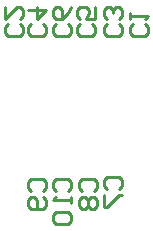
<source format=gbo>
G04*
G04 #@! TF.GenerationSoftware,Altium Limited,Altium Designer,18.1.6 (161)*
G04*
G04 Layer_Color=32896*
%FSLAX25Y25*%
%MOIN*%
G70*
G01*
G75*
%ADD14C,0.01000*%
D14*
X463002Y371501D02*
X462002Y372501D01*
Y374500D01*
X463002Y375500D01*
X467000D01*
X468000Y374500D01*
Y372501D01*
X467000Y371501D01*
X468000Y369502D02*
Y367503D01*
Y368502D01*
X462002D01*
X463002Y369502D01*
Y364504D02*
X462002Y363504D01*
Y361505D01*
X463002Y360505D01*
X467000D01*
X468000Y361505D01*
Y363504D01*
X467000Y364504D01*
X463002D01*
X454502Y371501D02*
X453502Y372501D01*
Y374500D01*
X454502Y375500D01*
X458500D01*
X459500Y374500D01*
Y372501D01*
X458500Y371501D01*
Y369502D02*
X459500Y368502D01*
Y366503D01*
X458500Y365503D01*
X454502D01*
X453502Y366503D01*
Y368502D01*
X454502Y369502D01*
X455501D01*
X456501Y368502D01*
Y365503D01*
X471502Y371501D02*
X470502Y372501D01*
Y374500D01*
X471502Y375500D01*
X475500D01*
X476500Y374500D01*
Y372501D01*
X475500Y371501D01*
X471502Y369502D02*
X470502Y368502D01*
Y366503D01*
X471502Y365503D01*
X472501D01*
X473501Y366503D01*
X474501Y365503D01*
X475500D01*
X476500Y366503D01*
Y368502D01*
X475500Y369502D01*
X474501D01*
X473501Y368502D01*
X472501Y369502D01*
X471502D01*
X473501Y368502D02*
Y366503D01*
X480002Y372001D02*
X479002Y373001D01*
Y375000D01*
X480002Y376000D01*
X484000D01*
X485000Y375000D01*
Y373001D01*
X484000Y372001D01*
X479002Y370002D02*
Y366003D01*
X480002D01*
X484000Y370002D01*
X485000D01*
X466998Y426999D02*
X467998Y425999D01*
Y424000D01*
X466998Y423000D01*
X463000D01*
X462000Y424000D01*
Y425999D01*
X463000Y426999D01*
X467998Y432997D02*
X466998Y430997D01*
X464999Y428998D01*
X463000D01*
X462000Y429998D01*
Y431997D01*
X463000Y432997D01*
X463999D01*
X464999Y431997D01*
Y428998D01*
X474998Y426999D02*
X475998Y425999D01*
Y424000D01*
X474998Y423000D01*
X471000D01*
X470000Y424000D01*
Y425999D01*
X471000Y426999D01*
X475998Y432997D02*
Y428998D01*
X472999D01*
X473999Y430997D01*
Y431997D01*
X472999Y432997D01*
X471000D01*
X470000Y431997D01*
Y429998D01*
X471000Y428998D01*
X458498Y426999D02*
X459498Y425999D01*
Y424000D01*
X458498Y423000D01*
X454500D01*
X453500Y424000D01*
Y425999D01*
X454500Y426999D01*
X453500Y431997D02*
X459498D01*
X456499Y428998D01*
Y432997D01*
X483998Y426999D02*
X484998Y425999D01*
Y424000D01*
X483998Y423000D01*
X480000D01*
X479000Y424000D01*
Y425999D01*
X480000Y426999D01*
X483998Y428998D02*
X484998Y429998D01*
Y431997D01*
X483998Y432997D01*
X482999D01*
X481999Y431997D01*
Y430997D01*
Y431997D01*
X480999Y432997D01*
X480000D01*
X479000Y431997D01*
Y429998D01*
X480000Y428998D01*
X450998Y426999D02*
X451998Y425999D01*
Y424000D01*
X450998Y423000D01*
X447000D01*
X446000Y424000D01*
Y425999D01*
X447000Y426999D01*
X446000Y432997D02*
Y428998D01*
X449999Y432997D01*
X450998D01*
X451998Y431997D01*
Y429998D01*
X450998Y428998D01*
X492498Y426999D02*
X493498Y425999D01*
Y424000D01*
X492498Y423000D01*
X488500D01*
X487500Y424000D01*
Y425999D01*
X488500Y426999D01*
X487500Y428998D02*
Y430997D01*
Y429998D01*
X493498D01*
X492498Y428998D01*
M02*

</source>
